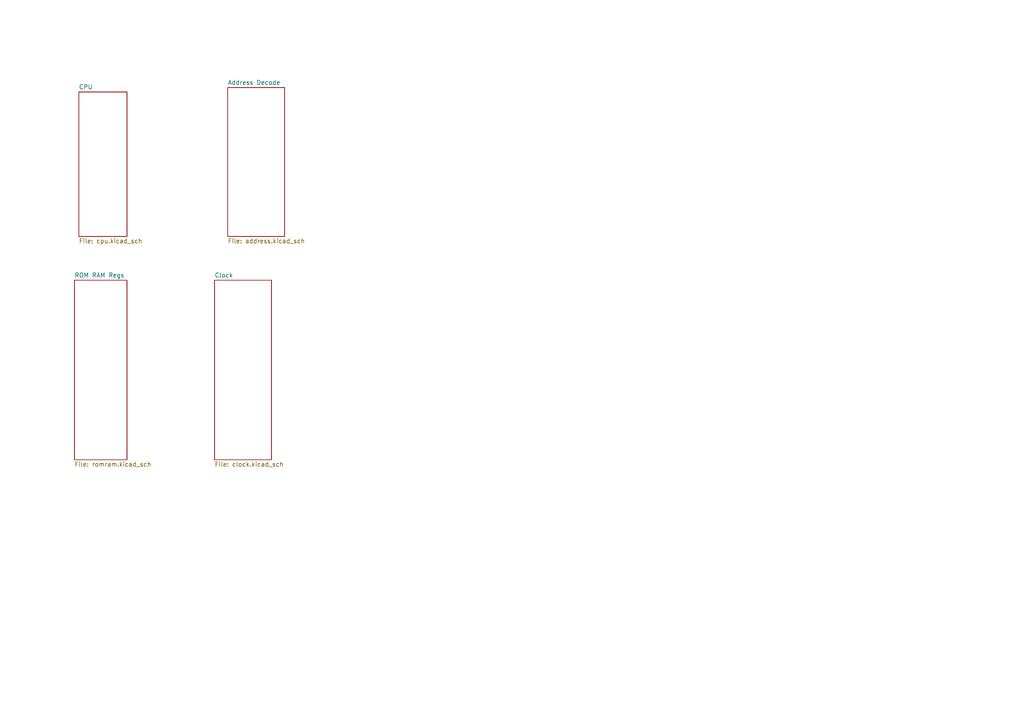
<source format=kicad_sch>
(kicad_sch
	(version 20231120)
	(generator "eeschema")
	(generator_version "8.0")
	(uuid "74378d07-8494-4ccb-b3e2-8bcc17fc3fd3")
	(paper "A4")
	(lib_symbols)
	(sheet
		(at 62.23 81.28)
		(size 16.51 52.07)
		(fields_autoplaced yes)
		(stroke
			(width 0.1524)
			(type solid)
		)
		(fill
			(color 0 0 0 0.0000)
		)
		(uuid "1b72b4f7-5bb5-4e63-9761-cb9f88e3d8f5")
		(property "Sheetname" "Clock"
			(at 62.23 80.5684 0)
			(effects
				(font
					(size 1.27 1.27)
				)
				(justify left bottom)
			)
		)
		(property "Sheetfile" "clock.kicad_sch"
			(at 62.23 133.9346 0)
			(effects
				(font
					(size 1.27 1.27)
				)
				(justify left top)
			)
		)
		(instances
			(project "rc65xx"
				(path "/74378d07-8494-4ccb-b3e2-8bcc17fc3fd3"
					(page "5")
				)
			)
		)
	)
	(sheet
		(at 21.59 81.28)
		(size 15.24 52.07)
		(fields_autoplaced yes)
		(stroke
			(width 0.1524)
			(type solid)
		)
		(fill
			(color 0 0 0 0.0000)
		)
		(uuid "63ecebcf-6236-405d-af7b-760d1af983b3")
		(property "Sheetname" "ROM RAM Regs"
			(at 21.59 80.5684 0)
			(effects
				(font
					(size 1.27 1.27)
				)
				(justify left bottom)
			)
		)
		(property "Sheetfile" "romram.kicad_sch"
			(at 21.59 133.9346 0)
			(effects
				(font
					(size 1.27 1.27)
				)
				(justify left top)
			)
		)
		(instances
			(project "rc65xx"
				(path "/74378d07-8494-4ccb-b3e2-8bcc17fc3fd3"
					(page "3")
				)
			)
		)
	)
	(sheet
		(at 22.86 26.67)
		(size 13.97 41.91)
		(fields_autoplaced yes)
		(stroke
			(width 0.1524)
			(type solid)
		)
		(fill
			(color 0 0 0 0.0000)
		)
		(uuid "b28d59af-b2b3-49de-b804-f34e6a2aa295")
		(property "Sheetname" "CPU"
			(at 22.86 25.9584 0)
			(effects
				(font
					(size 1.27 1.27)
				)
				(justify left bottom)
			)
		)
		(property "Sheetfile" "cpu.kicad_sch"
			(at 22.86 69.1646 0)
			(effects
				(font
					(size 1.27 1.27)
				)
				(justify left top)
			)
		)
		(instances
			(project "rc65xx"
				(path "/74378d07-8494-4ccb-b3e2-8bcc17fc3fd3"
					(page "2")
				)
			)
		)
	)
	(sheet
		(at 66.04 25.4)
		(size 16.51 43.18)
		(fields_autoplaced yes)
		(stroke
			(width 0.1524)
			(type solid)
		)
		(fill
			(color 0 0 0 0.0000)
		)
		(uuid "c0184331-b46b-4428-8158-7ff8b292681d")
		(property "Sheetname" "Address Decode"
			(at 66.04 24.6884 0)
			(effects
				(font
					(size 1.27 1.27)
				)
				(justify left bottom)
			)
		)
		(property "Sheetfile" "address.kicad_sch"
			(at 66.04 69.1646 0)
			(effects
				(font
					(size 1.27 1.27)
				)
				(justify left top)
			)
		)
		(instances
			(project "rc65xx"
				(path "/74378d07-8494-4ccb-b3e2-8bcc17fc3fd3"
					(page "4")
				)
			)
		)
	)
	(sheet_instances
		(path "/"
			(page "1")
		)
	)
)

</source>
